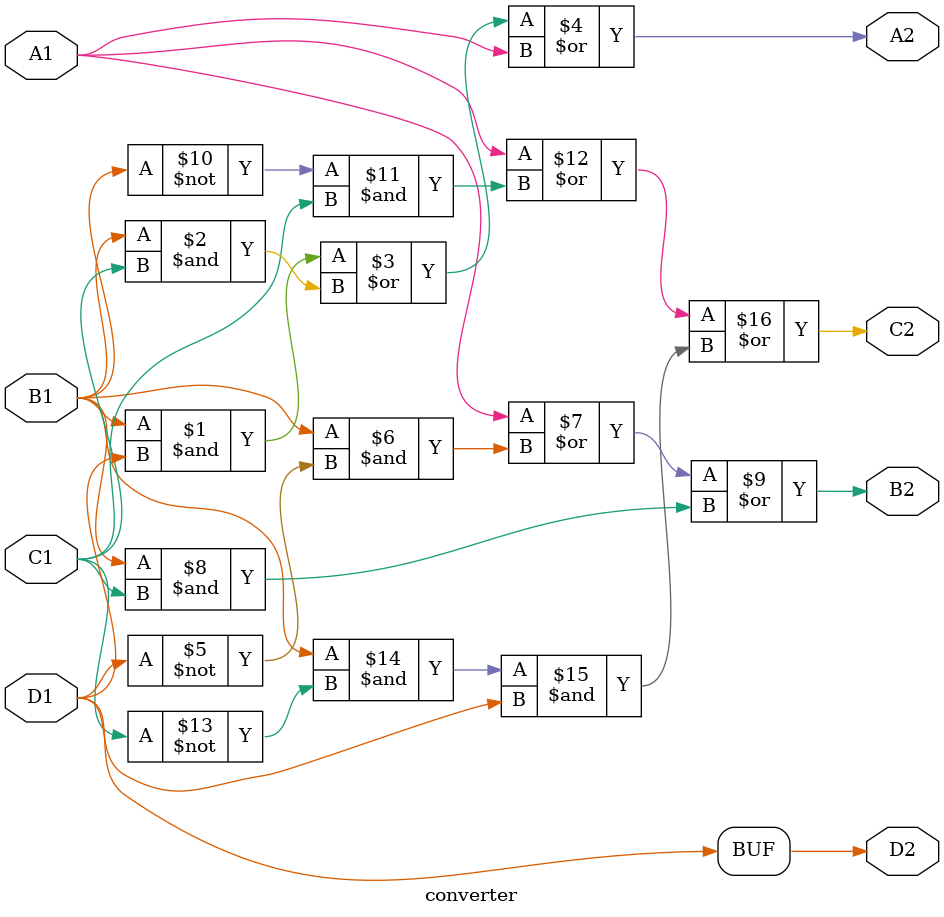
<source format=v>
`timescale 1ns / 1ps

module converter(
    input A1,
    input B1,
    input C1,
    input D1,
    output A2,
    output B2,
    output C2,
    output D2
    );

assign A2 = (B1&D1)|(B1&C1)|A1;
assign B2 = A1|(B1&(~D1))|(B1&C1);
assign C2 = A1|((~B1)&C1)|(B1&(~C1)&D1);
assign D2 = D1;

endmodule
</source>
